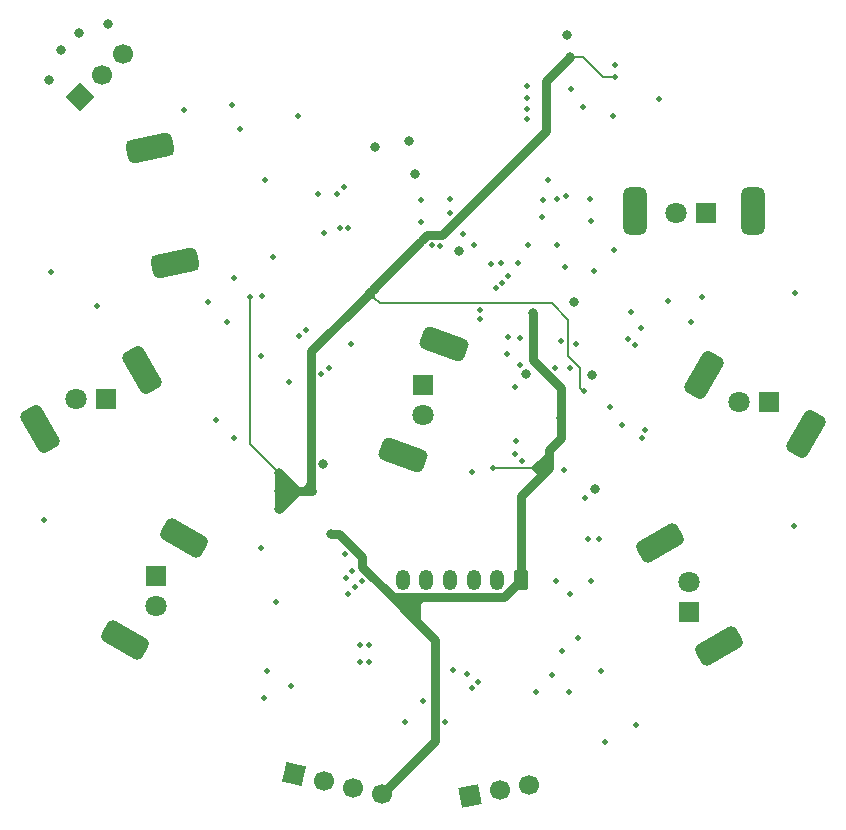
<source format=gbr>
%TF.GenerationSoftware,KiCad,Pcbnew,(5.99.0-10634-g5f56117be9)*%
%TF.CreationDate,2021-05-24T23:14:30+02:00*%
%TF.ProjectId,custom-pcb,63757374-6f6d-42d7-9063-622e6b696361,rev?*%
%TF.SameCoordinates,Original*%
%TF.FileFunction,Copper,L2,Inr*%
%TF.FilePolarity,Positive*%
%FSLAX46Y46*%
G04 Gerber Fmt 4.6, Leading zero omitted, Abs format (unit mm)*
G04 Created by KiCad (PCBNEW (5.99.0-10634-g5f56117be9)) date 2021-05-24 23:14:30*
%MOMM*%
%LPD*%
G01*
G04 APERTURE LIST*
G04 Aperture macros list*
%AMRoundRect*
0 Rectangle with rounded corners*
0 $1 Rounding radius*
0 $2 $3 $4 $5 $6 $7 $8 $9 X,Y pos of 4 corners*
0 Add a 4 corners polygon primitive as box body*
4,1,4,$2,$3,$4,$5,$6,$7,$8,$9,$2,$3,0*
0 Add four circle primitives for the rounded corners*
1,1,$1+$1,$2,$3*
1,1,$1+$1,$4,$5*
1,1,$1+$1,$6,$7*
1,1,$1+$1,$8,$9*
0 Add four rect primitives between the rounded corners*
20,1,$1+$1,$2,$3,$4,$5,0*
20,1,$1+$1,$4,$5,$6,$7,0*
20,1,$1+$1,$6,$7,$8,$9,0*
20,1,$1+$1,$8,$9,$2,$3,0*%
%AMHorizOval*
0 Thick line with rounded ends*
0 $1 width*
0 $2 $3 position (X,Y) of the first rounded end (center of the circle)*
0 $4 $5 position (X,Y) of the second rounded end (center of the circle)*
0 Add line between two ends*
20,1,$1,$2,$3,$4,$5,0*
0 Add two circle primitives to create the rounded ends*
1,1,$1,$2,$3*
1,1,$1,$4,$5*%
%AMRotRect*
0 Rectangle, with rotation*
0 The origin of the aperture is its center*
0 $1 length*
0 $2 width*
0 $3 Rotation angle, in degrees counterclockwise*
0 Add horizontal line*
21,1,$1,$2,0,0,$3*%
G04 Aperture macros list end*
%TA.AperFunction,ComponentPad*%
%ADD10R,1.800000X1.800000*%
%TD*%
%TA.AperFunction,ComponentPad*%
%ADD11C,1.800000*%
%TD*%
%TA.AperFunction,ComponentPad*%
%ADD12RoundRect,0.500000X1.238529X-0.982877X1.580549X-0.043184X-1.238529X0.982877X-1.580549X0.043184X0*%
%TD*%
%TA.AperFunction,ComponentPad*%
%ADD13RoundRect,0.500000X1.549038X0.316987X1.049038X1.183013X-1.549038X-0.316987X-1.049038X-1.183013X0*%
%TD*%
%TA.AperFunction,ComponentPad*%
%ADD14RoundRect,0.500000X1.183013X1.049038X0.316987X1.549038X-1.183013X-1.049038X-0.316987X-1.549038X0*%
%TD*%
%TA.AperFunction,ComponentPad*%
%ADD15RoundRect,0.500000X0.500000X1.500000X-0.500000X1.500000X-0.500000X-1.500000X0.500000X-1.500000X0*%
%TD*%
%TA.AperFunction,ComponentPad*%
%ADD16RoundRect,0.500000X0.316987X-1.549038X1.183013X-1.049038X-0.316987X1.549038X-1.183013X1.049038X0*%
%TD*%
%TA.AperFunction,ComponentPad*%
%ADD17RoundRect,0.500000X1.049038X-1.183013X1.549038X-0.316987X-1.049038X1.183013X-1.549038X0.316987X0*%
%TD*%
%TA.AperFunction,ComponentPad*%
%ADD18C,1.700000*%
%TD*%
%TA.AperFunction,ComponentPad*%
%ADD19HorizOval,1.700000X0.000000X0.000000X0.000000X0.000000X0*%
%TD*%
%TA.AperFunction,ComponentPad*%
%ADD20RotRect,1.700000X1.700000X257.000000*%
%TD*%
%TA.AperFunction,ComponentPad*%
%ADD21HorizOval,1.700000X0.000000X0.000000X0.000000X0.000000X0*%
%TD*%
%TA.AperFunction,ComponentPad*%
%ADD22RotRect,1.700000X1.700000X281.000000*%
%TD*%
%TA.AperFunction,ComponentPad*%
%ADD23RoundRect,0.500000X-1.571177X0.177206X-1.363266X-0.800941X1.571177X-0.177206X1.363266X0.800941X0*%
%TD*%
%TA.AperFunction,ComponentPad*%
%ADD24RoundRect,0.250000X0.350000X0.625000X-0.350000X0.625000X-0.350000X-0.625000X0.350000X-0.625000X0*%
%TD*%
%TA.AperFunction,ComponentPad*%
%ADD25O,1.200000X1.750000*%
%TD*%
%TA.AperFunction,ComponentPad*%
%ADD26HorizOval,1.700000X0.000000X0.000000X0.000000X0.000000X0*%
%TD*%
%TA.AperFunction,ComponentPad*%
%ADD27RotRect,1.700000X1.700000X135.000000*%
%TD*%
%TA.AperFunction,ViaPad*%
%ADD28C,0.500000*%
%TD*%
%TA.AperFunction,ViaPad*%
%ADD29C,0.800000*%
%TD*%
%TA.AperFunction,Conductor*%
%ADD30C,0.750000*%
%TD*%
%TA.AperFunction,Conductor*%
%ADD31C,0.200000*%
%TD*%
%TA.AperFunction,Conductor*%
%ADD32C,0.400000*%
%TD*%
G04 APERTURE END LIST*
D10*
%TO.N,Net-(D1-Pad1)*%
%TO.C,D1*%
X113842800Y-80233200D03*
D11*
%TO.N,LED_WHITE_POWER*%
X113842800Y-82773200D03*
%TD*%
D10*
%TO.N,Net-(D2-Pad1)*%
%TO.C,D2*%
X143134400Y-81661000D03*
D11*
%TO.N,LED_WHITE_NIGHT*%
X140594400Y-81661000D03*
%TD*%
D10*
%TO.N,Net-(D3-Pad1)*%
%TO.C,D3*%
X91186000Y-96413000D03*
D11*
%TO.N,LED_WHITE_LOCK*%
X91186000Y-98953000D03*
%TD*%
D10*
%TO.N,Net-(D4-Pad1)*%
%TO.C,D4*%
X137775000Y-65659000D03*
D11*
%TO.N,LED_WHITE_TIMER*%
X135235000Y-65659000D03*
%TD*%
D10*
%TO.N,Net-(D11-Pad1)*%
%TO.C,D11*%
X86971200Y-81432400D03*
D11*
%TO.N,LED_RED_FILTER*%
X84431200Y-81432400D03*
%TD*%
D12*
%TO.N,Net-(R28-Pad1)*%
%TO.C,SW3*%
X115552901Y-76784737D03*
%TO.N,N/C*%
X112132699Y-86181663D03*
%TD*%
D13*
%TO.N,Net-(R29-Pad1)*%
%TO.C,SW4*%
X133868800Y-93612273D03*
%TO.N,N/C*%
X138868800Y-102272527D03*
%TD*%
D14*
%TO.N,Net-(R30-Pad1)*%
%TO.C,SW5*%
X137583473Y-79338800D03*
%TO.N,N/C*%
X146243727Y-84338800D03*
%TD*%
D15*
%TO.N,Net-(R31-Pad1)*%
%TO.C,SW6*%
X131753600Y-65481200D03*
%TO.N,N/C*%
X141753600Y-65481200D03*
%TD*%
D16*
%TO.N,Net-(R32-Pad1)*%
%TO.C,SW7*%
X90051327Y-78932400D03*
%TO.N,N/C*%
X81391073Y-83932400D03*
%TD*%
D17*
%TO.N,Net-(R34-Pad1)*%
%TO.C,SW9*%
X93584400Y-93155073D03*
%TO.N,N/C*%
X88584400Y-101815327D03*
%TD*%
D10*
%TO.N,Net-(D13-Pad1)*%
%TO.C,D13*%
X136368800Y-99421000D03*
D11*
%TO.N,LED_WHITE_FAN*%
X136368800Y-96881000D03*
%TD*%
D18*
%TO.N,VCC*%
%TO.C,J2*%
X110351583Y-114874373D03*
D19*
%TO.N,TXD*%
X107876683Y-114302997D03*
%TO.N,RXD*%
X105401783Y-113731622D03*
D20*
%TO.N,GND*%
X102926883Y-113160246D03*
%TD*%
D18*
%TO.N,EN*%
%TO.C,J4*%
X122809000Y-114046000D03*
D21*
%TO.N,IO0*%
X120315667Y-114530655D03*
D22*
%TO.N,GND*%
X117822334Y-115015310D03*
%TD*%
D23*
%TO.N,Net-(R33-Pad1)*%
%TO.C,SW8*%
X92784358Y-69914738D03*
%TO.N,N/C*%
X90705242Y-60133262D03*
%TD*%
D24*
%TO.N,VCC*%
%TO.C,J1*%
X122094000Y-96732000D03*
D25*
%TO.N,GND*%
X120094000Y-96732000D03*
%TO.N,Net-(J1-Pad3)*%
X118094000Y-96732000D03*
%TO.N,Net-(J1-Pad4)*%
X116094000Y-96732000D03*
%TO.N,Net-(J1-Pad5)*%
X114094000Y-96732000D03*
%TO.N,Net-(J1-Pad6)*%
X112094000Y-96732000D03*
%TD*%
D18*
%TO.N,EN_D*%
%TO.C,J3*%
X88392000Y-52197000D03*
D26*
%TO.N,IO0_D*%
X86595949Y-53993051D03*
D27*
%TO.N,GND1*%
X84799898Y-55789102D03*
%TD*%
D28*
%TO.N,VCC*%
X119761000Y-87249000D03*
D29*
X123146010Y-74101100D03*
X125487860Y-83024799D03*
X106045000Y-92837000D03*
D28*
%TO.N,GND*%
X97790000Y-71120000D03*
X127762000Y-93218000D03*
D29*
X109728000Y-60071000D03*
D28*
X86233000Y-73533000D03*
D29*
X128143000Y-79375000D03*
D28*
X130048000Y-53086000D03*
X121615200Y-80416400D03*
X93599000Y-56896000D03*
X100203000Y-72644000D03*
X100572600Y-104470200D03*
D29*
X112649000Y-59563000D03*
X128370610Y-89000610D03*
X113157000Y-62357000D03*
D28*
X81737200Y-91617800D03*
D29*
X122555000Y-79248000D03*
D28*
X107746800Y-76784200D03*
X145288000Y-72390000D03*
D29*
X116840000Y-68834000D03*
D28*
X82296000Y-70612000D03*
D29*
X105368500Y-86868000D03*
D28*
X129264427Y-110468427D03*
X124714000Y-104775000D03*
D29*
X126619000Y-73152000D03*
D28*
X133807200Y-56007000D03*
X131820577Y-108971423D03*
D29*
X125984000Y-50546000D03*
D28*
X113817400Y-106934000D03*
X101346000Y-98552000D03*
X126365000Y-55118000D03*
X128905000Y-104394000D03*
X117983000Y-87604600D03*
X145186400Y-92176600D03*
X137414000Y-72771000D03*
X100076000Y-93980000D03*
D29*
%TO.N,+3V3*%
X101600000Y-87630000D03*
X101600000Y-90678000D03*
D28*
X99187000Y-72771000D03*
D29*
X126238000Y-52451000D03*
X101600000Y-89154000D03*
D28*
X127406400Y-80721200D03*
X130048000Y-54102000D03*
D29*
X104394000Y-89154000D03*
D28*
%TO.N,IO0*%
X108679942Y-96833170D03*
X117944733Y-105879733D03*
X97790000Y-84709000D03*
X116363720Y-104372334D03*
X107223283Y-94564606D03*
X96266000Y-83185000D03*
%TO.N,LED_WHITE_NIGHT*%
X136499600Y-74879200D03*
X131759100Y-76809600D03*
%TO.N,LED_WHITE_TIMER*%
X132283904Y-75372793D03*
X134569200Y-73101200D03*
%TO.N,Net-(D5-Pad1)*%
X123407200Y-106248200D03*
%TO.N,LED_BLUE_V1*%
X126201200Y-106248200D03*
X126238000Y-97917000D03*
X125730000Y-87376000D03*
X127508000Y-89789000D03*
X126746000Y-76708000D03*
X125476000Y-76454000D03*
X125095000Y-96774000D03*
%TO.N,LED_BLUE_6H*%
X125857000Y-70231000D03*
X122605800Y-56870600D03*
X125882400Y-64236600D03*
%TO.N,Net-(D6-Pad1)*%
X122611613Y-57727137D03*
%TO.N,LED_BLUE_V2*%
X115697020Y-108712000D03*
%TO.N,Net-(D7-Pad1)*%
X112293400Y-108712000D03*
%TO.N,Net-(D8-Pad1)*%
X100318600Y-106756200D03*
%TO.N,LED_BLUE_V3*%
X128016000Y-96774000D03*
X117538342Y-104661192D03*
X128686500Y-93218000D03*
X132334000Y-84709000D03*
X126899700Y-101612544D03*
X102604600Y-105740200D03*
X130685488Y-83566000D03*
X118439356Y-105385110D03*
X125603000Y-102743000D03*
%TO.N,Net-(D9-Pad1)*%
X97663000Y-56515000D03*
%TO.N,LED_BLUE_8H*%
X116078000Y-65659000D03*
X119531134Y-69937754D03*
X121031000Y-70993000D03*
X116078000Y-64437479D03*
X103251000Y-57404000D03*
X98298000Y-58547000D03*
%TO.N,Net-(D10-Pad1)*%
X129921000Y-57404000D03*
%TO.N,LED_BLUE_2H*%
X127990600Y-64465200D03*
X128016000Y-66294000D03*
X131445000Y-74041000D03*
X127381000Y-56642000D03*
X129971800Y-68783200D03*
X131191000Y-76327000D03*
X128308267Y-70573733D03*
%TO.N,LED_RED_FILTER*%
X104902000Y-64008000D03*
X100457000Y-62865000D03*
%TO.N,LED_BLUE_4H*%
X125196600Y-64465200D03*
X125145800Y-68402200D03*
X122605800Y-55880000D03*
%TO.N,Net-(D12-Pad1)*%
X122605800Y-54889400D03*
%TO.N,Net-(R3-Pad1)*%
X124968000Y-78740000D03*
X126238000Y-78740000D03*
%TO.N,Net-(R23-Pad2)*%
X107506503Y-66929000D03*
X107162600Y-63423800D03*
X105816400Y-78740000D03*
X103936800Y-75590400D03*
X109220000Y-102235000D03*
X108070648Y-97354726D03*
X109220000Y-103632000D03*
X107829854Y-95948289D03*
%TO.N,Net-(R24-Pad2)*%
X105181400Y-79273400D03*
X107315000Y-96520000D03*
X103327200Y-76098400D03*
X108458000Y-103632000D03*
X108458000Y-102235000D03*
X107449556Y-97924556D03*
X106553000Y-64008000D03*
X106807000Y-66929000D03*
%TO.N,SHIFT_OUTEN*%
X101092000Y-69342000D03*
X105410000Y-67310000D03*
X114554000Y-68326000D03*
X118618000Y-74625200D03*
%TO.N,TOUCH_NIGHT*%
X123926600Y-66014600D03*
X123967158Y-64516000D03*
%TO.N,TOUCH_LIGHT*%
X122732800Y-68351400D03*
X97205800Y-74853800D03*
X102438200Y-79933800D03*
X124358400Y-62839600D03*
X121864483Y-69850000D03*
X100126800Y-77774800D03*
X120396000Y-69850000D03*
X95631000Y-73177400D03*
%TO.N,SHIFT_CLK*%
X120002978Y-72021327D03*
X117221000Y-67437000D03*
X122047000Y-76200000D03*
X122174000Y-86638326D03*
X122056348Y-78544826D03*
%TO.N,SHIFT_LATCH*%
X118676356Y-73906444D03*
X113665000Y-66421000D03*
X121656702Y-84946900D03*
X115253439Y-68413459D03*
X113665000Y-64516000D03*
X121624106Y-86088826D03*
X121013156Y-76192444D03*
X120904000Y-77597000D03*
%TO.N,SHIFT_DS*%
X118110000Y-68326000D03*
X120523000Y-71553479D03*
%TO.N,LED_WHITE_FAN*%
X132593789Y-84059528D03*
X129636478Y-82100778D03*
D29*
%TO.N,EN_D*%
X84709000Y-50419000D03*
%TO.N,IO0_D*%
X83185000Y-51816000D03*
%TO.N,GND1*%
X87122000Y-49657000D03*
X82169000Y-54356000D03*
%TD*%
D30*
%TO.N,VCC*%
X123825000Y-87249000D02*
X123825000Y-86944200D01*
X112578000Y-99512000D02*
X112578000Y-98608000D01*
X106045000Y-92837000D02*
X106690296Y-92837000D01*
X123736100Y-87972900D02*
X124460000Y-87249000D01*
X124460000Y-85699600D02*
X125487860Y-84671740D01*
D31*
X123063000Y-87249000D02*
X124460000Y-85852000D01*
D30*
X113228000Y-98608000D02*
X113228000Y-99878000D01*
D31*
X123825000Y-87249000D02*
X124079000Y-87249000D01*
D30*
X123825000Y-87249000D02*
X123825000Y-87884000D01*
X124460000Y-87249000D02*
X124460000Y-86309200D01*
X123825000Y-86944200D02*
X124460000Y-86309200D01*
X108663391Y-94810095D02*
X108663391Y-95597391D01*
D31*
X123367800Y-87249000D02*
X123825000Y-87249000D01*
D30*
X123146010Y-78138287D02*
X123146010Y-74101100D01*
X124460000Y-86309200D02*
X124460000Y-85801200D01*
X122094000Y-89615000D02*
X123736100Y-87972900D01*
D31*
X124460000Y-85852000D02*
X124460000Y-85801200D01*
X123063000Y-87249000D02*
X123367800Y-87249000D01*
D30*
X120644480Y-98181520D02*
X122094000Y-96732000D01*
D31*
X119761000Y-87249000D02*
X123063000Y-87249000D01*
D30*
X124460000Y-87249000D02*
X123825000Y-87249000D01*
X114872499Y-101806499D02*
X113086000Y-100020000D01*
X125487860Y-83024799D02*
X125487860Y-80480137D01*
D32*
X123825000Y-86944200D02*
X123672600Y-86944200D01*
D31*
X124079000Y-87376000D02*
X124206000Y-87503000D01*
D30*
X114872520Y-107202782D02*
X114872520Y-110353436D01*
X125487860Y-84671740D02*
X125487860Y-83024799D01*
D31*
X123367800Y-87426800D02*
X123240800Y-87426800D01*
D30*
X112578000Y-99512000D02*
X111247520Y-98181520D01*
X122094000Y-96732000D02*
X122094000Y-89615000D01*
D32*
X123367800Y-87426800D02*
X123825000Y-87884000D01*
D30*
X124460000Y-85801200D02*
X124460000Y-85699600D01*
X112151520Y-98181520D02*
X113654480Y-98181520D01*
D31*
X124079000Y-87249000D02*
X124079000Y-87376000D01*
D30*
X113228000Y-98608000D02*
X113654480Y-98181520D01*
D32*
X123672600Y-86944200D02*
X123367800Y-87249000D01*
D30*
X113654480Y-98181520D02*
X120644480Y-98181520D01*
X112578000Y-98608000D02*
X113228000Y-98608000D01*
X114872499Y-107202761D02*
X114872499Y-101806499D01*
D32*
X123367800Y-87249000D02*
X123367800Y-87426800D01*
D30*
X111247520Y-98181520D02*
X112151520Y-98181520D01*
X108663391Y-95597391D02*
X111247520Y-98181520D01*
X123825000Y-87884000D02*
X123736100Y-87972900D01*
X114872520Y-110353436D02*
X110351583Y-114874373D01*
X113086000Y-100020000D02*
X112578000Y-99512000D01*
X125487860Y-80480137D02*
X123146010Y-78138287D01*
D31*
X123240800Y-87426800D02*
X123063000Y-87249000D01*
D30*
X106690296Y-92837000D02*
X108663391Y-94810095D01*
%TO.N,+3V3*%
X108813600Y-72898000D02*
X104356899Y-77354701D01*
D31*
X109702600Y-72872600D02*
X109626400Y-72796400D01*
D30*
X109740169Y-71971431D02*
X109270800Y-72440800D01*
X101600000Y-87630000D02*
X102412800Y-88442800D01*
X101600000Y-89154000D02*
X101600000Y-88493600D01*
X104356899Y-89116899D02*
X104356899Y-88558099D01*
D31*
X109169200Y-72796400D02*
X109042200Y-72669400D01*
X129032000Y-54102000D02*
X127381000Y-52451000D01*
X109702600Y-72872600D02*
X109702600Y-72212200D01*
D30*
X124206000Y-58723738D02*
X124206000Y-54483000D01*
X102235000Y-89154000D02*
X104013000Y-89154000D01*
D31*
X109626400Y-72796400D02*
X109169200Y-72796400D01*
D30*
X103784400Y-89154000D02*
X104356899Y-88581501D01*
D31*
X127127000Y-78740000D02*
X126111000Y-77724000D01*
D30*
X103784400Y-89154000D02*
X104013000Y-89154000D01*
X109601000Y-72110600D02*
X113590320Y-68121280D01*
X104013000Y-89154000D02*
X104394000Y-89154000D01*
D31*
X127406400Y-80721200D02*
X127127000Y-80441800D01*
X110134400Y-73304400D02*
X109702600Y-72872600D01*
X127381000Y-52451000D02*
X126238000Y-52451000D01*
D30*
X124206000Y-54483000D02*
X126238000Y-52451000D01*
D31*
X109702600Y-72872600D02*
X108839000Y-72872600D01*
D30*
X102235000Y-89154000D02*
X101600000Y-89789000D01*
X101600000Y-89789000D02*
X101600000Y-90678000D01*
X102412800Y-88442800D02*
X103124000Y-89154000D01*
D31*
X130048000Y-54102000D02*
X129032000Y-54102000D01*
D30*
X114158234Y-67501489D02*
X115428250Y-67501489D01*
D31*
X108839000Y-72872600D02*
X108813600Y-72898000D01*
D30*
X101600000Y-89154000D02*
X102235000Y-89154000D01*
X103124000Y-89154000D02*
X103784400Y-89154000D01*
X102362000Y-88493600D02*
X102412800Y-88442800D01*
D31*
X109626400Y-72796400D02*
X109270800Y-72440800D01*
X126111000Y-77724000D02*
X126111000Y-74676000D01*
D30*
X104356899Y-88581501D02*
X104356899Y-88558099D01*
X109042200Y-72669400D02*
X108813600Y-72898000D01*
X104356899Y-77354701D02*
X104356899Y-88558099D01*
D31*
X126111000Y-74676000D02*
X124739400Y-73304400D01*
X99187000Y-85217000D02*
X101600000Y-87630000D01*
D30*
X109270800Y-72440800D02*
X109042200Y-72669400D01*
D31*
X99187000Y-72771000D02*
X99187000Y-85217000D01*
X124739400Y-73304400D02*
X110134400Y-73304400D01*
D30*
X115428250Y-67501489D02*
X124206000Y-58723738D01*
X101600000Y-89154000D02*
X101600000Y-90678000D01*
X104394000Y-89154000D02*
X104356899Y-89116899D01*
X101600000Y-88493600D02*
X102362000Y-88493600D01*
X101600000Y-90678000D02*
X103124000Y-89154000D01*
X113729489Y-67930234D02*
X114158234Y-67501489D01*
D31*
X109702600Y-72212200D02*
X109601000Y-72110600D01*
D30*
X101600000Y-88493600D02*
X101600000Y-87630000D01*
D31*
X127127000Y-80441800D02*
X127127000Y-78740000D01*
%TD*%
M02*

</source>
